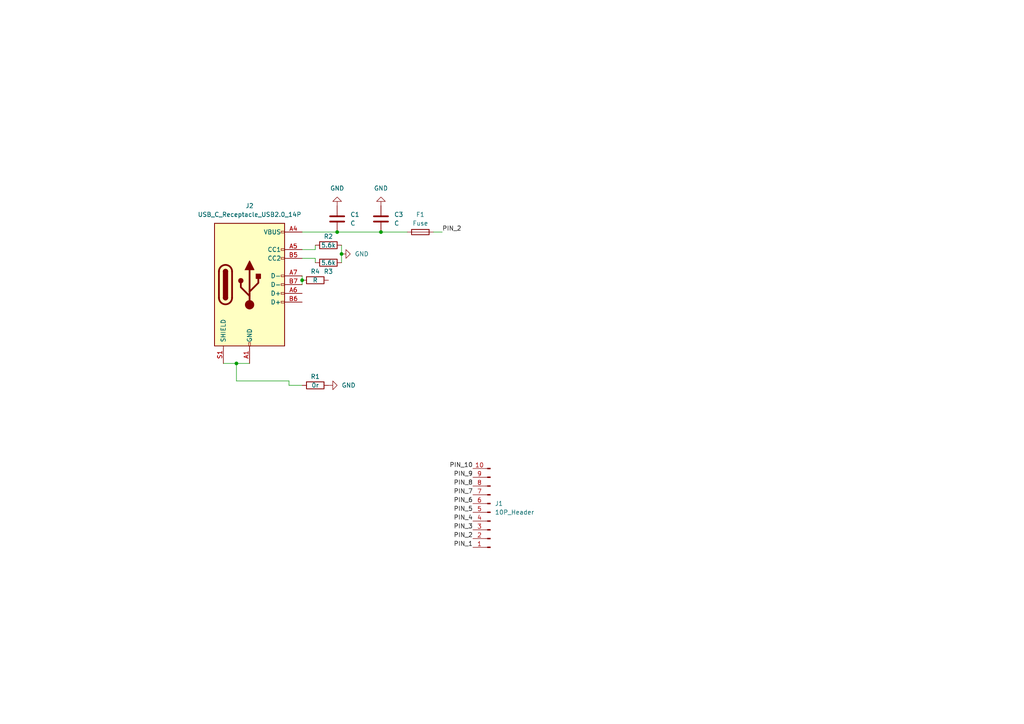
<source format=kicad_sch>
(kicad_sch (version 20230121) (generator eeschema)
  (paper "A4")
  (lib_symbols
    (symbol "Connector:Conn_01x10_Pin" (pin_names (offset 1.016) hide)
      (property "Reference" "J" (at 0 12.7 0))
      (property "Value" "Conn_01x10_Pin" (at 0 -15.24 0))
      (symbol "Conn_01x10_Pin_1_1"
        (polyline (pts (xy 1.27 -12.7) (xy 0.8636 -12.7)) (stroke (width 0.1524)))
        (polyline (pts (xy 1.27 -10.16) (xy 0.8636 -10.16)) (stroke (width 0.1524)))
        (polyline (pts (xy 1.27 -7.62) (xy 0.8636 -7.62)) (stroke (width 0.1524)))
        (polyline (pts (xy 1.27 -5.08) (xy 0.8636 -5.08)) (stroke (width 0.1524)))
        (polyline (pts (xy 1.27 -2.54) (xy 0.8636 -2.54)) (stroke (width 0.1524)))
        (polyline (pts (xy 1.27 0) (xy 0.8636 0)) (stroke (width 0.1524)))
        (polyline (pts (xy 1.27 2.54) (xy 0.8636 2.54)) (stroke (width 0.1524)))
        (polyline (pts (xy 1.27 5.08) (xy 0.8636 5.08)) (stroke (width 0.1524)))
        (polyline (pts (xy 1.27 7.62) (xy 0.8636 7.62)) (stroke (width 0.1524)))
        (polyline (pts (xy 1.27 10.16) (xy 0.8636 10.16)) (stroke (width 0.1524)))
        (rectangle (start 0.8636 -12.573) (end 0 -12.827) (stroke (width 0.1524)) (fill (type outline)))
        (rectangle (start 0.8636 -10.033) (end 0 -10.287) (stroke (width 0.1524)) (fill (type outline)))
        (rectangle (start 0.8636 -7.493) (end 0 -7.747) (stroke (width 0.1524)) (fill (type outline)))
        (rectangle (start 0.8636 -4.953) (end 0 -5.207) (stroke (width 0.1524)) (fill (type outline)))
        (rectangle (start 0.8636 -2.413) (end 0 -2.667) (stroke (width 0.1524)) (fill (type outline)))
        (rectangle (start 0.8636 0.127) (end 0 -0.127) (stroke (width 0.1524)) (fill (type outline)))
        (rectangle (start 0.8636 2.667) (end 0 2.413) (stroke (width 0.1524)) (fill (type outline)))
        (rectangle (start 0.8636 5.207) (end 0 4.953) (stroke (width 0.1524)) (fill (type outline)))
        (rectangle (start 0.8636 7.747) (end 0 7.493) (stroke (width 0.1524)) (fill (type outline)))
        (rectangle (start 0.8636 10.287) (end 0 10.033) (stroke (width 0.1524)) (fill (type outline)))
        (pin passive line (at 5.08 10.16 180) (length 3.81) (name "Pin_1") (number "1"))
        (pin passive line (at 5.08 -12.7 180) (length 3.81) (name "Pin_10") (number "10"))
        (pin passive line (at 5.08 7.62 180) (length 3.81) (name "Pin_2") (number "2"))
        (pin passive line (at 5.08 5.08 180) (length 3.81) (name "Pin_3") (number "3"))
        (pin passive line (at 5.08 2.54 180) (length 3.81) (name "Pin_4") (number "4"))
        (pin passive line (at 5.08 0 180) (length 3.81) (name "Pin_5") (number "5"))
        (pin passive line (at 5.08 -2.54 180) (length 3.81) (name "Pin_6") (number "6"))
        (pin passive line (at 5.08 -5.08 180) (length 3.81) (name "Pin_7") (number "7"))
        (pin passive line (at 5.08 -7.62 180) (length 3.81) (name "Pin_8") (number "8"))
        (pin passive line (at 5.08 -10.16 180) (length 3.81) (name "Pin_9") (number "9"))
      )
    )
    (symbol "Connector:USB_C_Receptacle_USB2.0_14P" (pin_names (offset 1.016))
      (property "Reference" "J" (at 0 22.225 0))
      (property "Value" "USB_C_Receptacle_USB2.0_14P" (at 0 19.685 0))
      (symbol "USB_C_Receptacle_USB2.0_14P_0_0"
        (rectangle (start -0.254 -17.78) (end 0.254 -16.764))
        (rectangle (start 10.16 -4.826) (end 9.144 -5.334))
        (rectangle (start 10.16 -2.286) (end 9.144 -2.794))
        (rectangle (start 10.16 0.254) (end 9.144 -0.254))
        (rectangle (start 10.16 2.794) (end 9.144 2.286))
        (rectangle (start 10.16 7.874) (end 9.144 7.366))
        (rectangle (start 10.16 10.414) (end 9.144 9.906))
        (rectangle (start 10.16 15.494) (end 9.144 14.986))
      )
      (symbol "USB_C_Receptacle_USB2.0_14P_0_1"
        (rectangle (start -10.16 17.78) (end 10.16 -17.78) (stroke (width 0.254)) (fill (type background)))
        (arc (start -8.89 -3.81) (mid -6.985 -5.7067) (end -5.08 -3.81) (stroke (width 0.508)))
        (arc (start -7.62 -3.81) (mid -6.985 -4.4423) (end -6.35 -3.81) (stroke (width 0.254)))
        (arc (start -7.62 -3.81) (mid -6.985 -4.4423) (end -6.35 -3.81) (stroke (width 0.254)) (fill (type outline)))
        (rectangle (start -7.62 -3.81) (end -6.35 3.81) (stroke (width 0.254)) (fill (type outline)))
        (arc (start -6.35 3.81) (mid -6.985 4.4423) (end -7.62 3.81) (stroke (width 0.254)))
        (arc (start -6.35 3.81) (mid -6.985 4.4423) (end -7.62 3.81) (stroke (width 0.254)) (fill (type outline)))
        (arc (start -5.08 3.81) (mid -6.985 5.7067) (end -8.89 3.81) (stroke (width 0.508)))
        (circle (center -2.54 1.143) (radius 0.635) (stroke (width 0.254)) (fill (type outline)))
        (circle (center 0 -5.842) (radius 1.27) (fill (type outline)))
        (polyline (pts (xy -8.89 -3.81) (xy -8.89 3.81)) (stroke (width 0.508)))
        (polyline (pts (xy -5.08 3.81) (xy -5.08 -3.81)) (stroke (width 0.508)))
        (polyline (pts (xy 0 -5.842) (xy 0 4.318)) (stroke (width 0.508)))
        (polyline (pts (xy 0 -3.302) (xy -2.54 -0.762) (xy -2.54 0.508)) (stroke (width 0.508)))
        (polyline (pts (xy 0 -2.032) (xy 2.54 0.508) (xy 2.54 1.778)) (stroke (width 0.508)))
        (polyline (pts (xy -1.27 4.318) (xy 0 6.858) (xy 1.27 4.318) (xy -1.27 4.318)) (stroke (width 0.254)) (fill (type outline)))
        (rectangle (start 1.905 1.778) (end 3.175 3.048) (stroke (width 0.254)) (fill (type outline)))
      )
      (symbol "USB_C_Receptacle_USB2.0_14P_1_1"
        (pin passive line (at 0 -22.86 90) (length 5.08) (name "GND") (number "A1"))
        (pin passive line (at 0 -22.86 90) (length 5.08) hide (name "GND") (number "A12"))
        (pin passive line (at 15.24 15.24 180) (length 5.08) (name "VBUS") (number "A4"))
        (pin bidirectional line (at 15.24 10.16 180) (length 5.08) (name "CC1") (number "A5"))
        (pin bidirectional line (at 15.24 -2.54 180) (length 5.08) (name "D+") (number "A6"))
        (pin bidirectional line (at 15.24 2.54 180) (length 5.08) (name "D-") (number "A7"))
        (pin passive line (at 15.24 15.24 180) (length 5.08) hide (name "VBUS") (number "A9"))
        (pin passive line (at 0 -22.86 90) (length 5.08) hide (name "GND") (number "B1"))
        (pin passive line (at 0 -22.86 90) (length 5.08) hide (name "GND") (number "B12"))
        (pin passive line (at 15.24 15.24 180) (length 5.08) hide (name "VBUS") (number "B4"))
        (pin bidirectional line (at 15.24 7.62 180) (length 5.08) (name "CC2") (number "B5"))
        (pin bidirectional line (at 15.24 -5.08 180) (length 5.08) (name "D+") (number "B6"))
        (pin bidirectional line (at 15.24 0 180) (length 5.08) (name "D-") (number "B7"))
        (pin passive line (at 15.24 15.24 180) (length 5.08) hide (name "VBUS") (number "B9"))
        (pin passive line (at -7.62 -22.86 90) (length 5.08) (name "SHIELD") (number "S1"))
      )
    )
    (symbol "Device:C" (pin_numbers hide) (pin_names (offset 0.254))
      (property "Reference" "C" (at 0.635 2.54 0))
      (property "Value" "C" (at 0.635 -2.54 0))
      (symbol "C_0_1"
        (polyline (pts (xy -2.032 -0.762) (xy 2.032 -0.762)) (stroke (width 0.508)))
        (polyline (pts (xy -2.032 0.762) (xy 2.032 0.762)) (stroke (width 0.508)))
      )
      (symbol "C_1_1"
        (pin passive line (at 0 3.81 270) (length 2.794) (name "~") (number "1"))
        (pin passive line (at 0 -3.81 90) (length 2.794) (name "~") (number "2"))
      )
    )
    (symbol "Device:Fuse" (pin_numbers hide) (pin_names (offset 0))
      (property "Reference" "F" (at 2.032 0 90))
      (property "Value" "Fuse" (at -1.905 0 90))
      (symbol "Fuse_0_1"
        (rectangle (start -0.762 -2.54) (end 0.762 2.54) (stroke (width 0.254)))
        (polyline (pts (xy 0 2.54) (xy 0 -2.54)))
      )
      (symbol "Fuse_1_1"
        (pin passive line (at 0 3.81 270) (length 1.27) (name "~") (number "1"))
        (pin passive line (at 0 -3.81 90) (length 1.27) (name "~") (number "2"))
      )
    )
    (symbol "Device:R" (pin_numbers hide) (pin_names (offset 0))
      (property "Reference" "R" (at 2.032 0 90))
      (property "Value" "R" (at 0 0 90))
      (symbol "R_0_1"
        (rectangle (start -1.016 -2.54) (end 1.016 2.54) (stroke (width 0.254)))
      )
      (symbol "R_1_1"
        (pin passive line (at 0 3.81 270) (length 1.27) (name "~") (number "1"))
        (pin passive line (at 0 -3.81 90) (length 1.27) (name "~") (number "2"))
      )
    )
    (symbol "power:GND" (power) (pin_names (offset 0))
      (property "Value" "GND" (at 0 -3.81 0))
      (symbol "GND_0_1"
        (polyline (pts (xy 0 0) (xy 0 -1.27) (xy 1.27 -1.27) (xy 0 -2.54) (xy -1.27 -1.27) (xy 0 -1.27)))
      )
      (symbol "GND_1_1"
        (pin power_in line (at 0 0 270) (length 0) hide (name "GND") (number "1"))
      )
    )
  )
  (junction (at 97.79 67.31))
  (junction (at 87.63 81.28))
  (junction (at 99.06 73.66))
  (junction (at 110.49 67.31))
  (junction (at 68.58 105.41))
  (wire (pts (xy 87.63 80.01) (xy 87.63 81.28)))
  (wire (pts (xy 125.73 67.31) (xy 128.27 67.31)))
  (wire (pts (xy 99.06 71.12) (xy 99.06 73.66)))
  (wire (pts (xy 68.58 110.49) (xy 83.82 110.49)))
  (wire (pts (xy 68.58 105.41) (xy 68.58 110.49)))
  (wire (pts (xy 83.82 110.49) (xy 83.82 111.76)))
  (wire (pts (xy 64.77 105.41) (xy 68.58 105.41)))
  (wire (pts (xy 91.44 72.39) (xy 91.44 71.12)))
  (wire (pts (xy 91.44 74.93) (xy 91.44 76.2)))
  (wire (pts (xy 87.63 72.39) (xy 91.44 72.39)))
  (wire (pts (xy 87.63 81.28) (xy 87.63 82.55)))
  (wire (pts (xy 87.63 67.31) (xy 97.79 67.31)))
  (wire (pts (xy 87.63 74.93) (xy 91.44 74.93)))
  (wire (pts (xy 110.49 67.31) (xy 118.11 67.31)))
  (wire (pts (xy 68.58 105.41) (xy 72.39 105.41)))
  (wire (pts (xy 99.06 73.66) (xy 99.06 76.2)))
  (wire (pts (xy 83.82 111.76) (xy 87.63 111.76)))
  (wire (pts (xy 97.79 67.31) (xy 110.49 67.31)))
  (label "PIN_7" (at 137.16 143.51 180))
  (label "PIN_2" (at 137.16 156.21 180))
  (label "PIN_8" (at 137.16 140.97 180))
  (label "PIN_5" (at 137.16 148.59 180))
  (label "PIN_9" (at 137.16 138.43 180))
  (label "PIN_4" (at 137.16 151.13 180))
  (label "PIN_3" (at 137.16 153.67 180))
  (label "PIN_10" (at 137.16 135.89 180))
  (label "PIN_2" (at 128.27 67.31 0))
  (label "PIN_6" (at 137.16 146.05 180))
  (label "PIN_1" (at 137.16 158.75 180))
  (symbol (lib_id "Device:R") (at 95.25 71.12 270) (unit 1)
    (property "Reference" "R2" (at 95.25 68.58 90))
    (property "Value" "5.6k" (at 95.25 71.12 90))
  )
  (symbol (lib_id "power:GND") (at 95.25 111.76 90) (unit 1)
    (property "Reference" "#PWR01" (effects hide))
    (property "Value" "GND" (at 99.06 111.76 90) (effects (justify right)))
  )
  (symbol (lib_id "Device:R") (at 91.44 81.28 90) (unit 1)
    (property "Reference" "R4" (at 91.44 78.74 90))
    (property "Value" "R" (at 91.44 81.28 90))
  )
  (symbol (lib_id "power:GND") (at 99.06 73.66 90) (unit 1)
    (property "Reference" "#PWR04" (effects hide))
    (property "Value" "GND" (at 102.87 73.66 90) (effects (justify right)))
  )
  (symbol (lib_id "Device:C") (at 97.79 63.5 0) (unit 1)
    (property "Reference" "C1" (at 101.6 62.23 0) (effects (justify left)))
    (property "Value" "C" (at 101.6 64.77 0) (effects (justify left)))
  )
  (symbol (lib_id "Device:R") (at 91.44 111.76 270) (unit 1)
    (property "Reference" "R1" (at 91.44 109.22 90))
    (property "Value" "0r" (at 91.44 111.76 90))
  )
  (symbol (lib_id "Device:R") (at 95.25 76.2 90) (unit 1)
    (property "Reference" "R3" (at 95.25 78.74 90))
    (property "Value" "5.6k" (at 95.25 76.2 90))
  )
  (symbol (lib_id "power:GND") (at 110.49 59.69 180) (unit 1)
    (property "Reference" "#PWR03" (effects hide))
    (property "Value" "GND" (at 110.49 54.61 0))
  )
  (symbol (lib_id "Device:Fuse") (at 121.92 67.31 270) (unit 1)
    (property "Reference" "F1" (at 121.92 62.23 90))
    (property "Value" "Fuse" (at 121.92 64.77 90))
  )
  (symbol (lib_id "Device:C") (at 110.49 63.5 0) (unit 1)
    (property "Reference" "C3" (at 114.3 62.23 0) (effects (justify left)))
    (property "Value" "C" (at 114.3 64.77 0) (effects (justify left)))
  )
  (symbol (lib_id "power:GND") (at 97.79 59.69 180) (unit 1)
    (property "Reference" "#PWR02" (effects hide))
    (property "Value" "GND" (at 97.79 54.61 0))
  )
  (symbol (lib_id "Connector:USB_C_Receptacle_USB2.0_14P") (at 72.39 82.55 0) (unit 1)
    (property "Reference" "J2" (at 72.39 59.69 0))
    (property "Value" "USB_C_Receptacle_USB2.0_14P" (at 72.39 62.23 0))
    (property "Datasheet" "https://www.usb.org/sites/default/files/documents/usb_type-c.zip" (effects hide))
  )
  (symbol (lib_id "Connector:Conn_01x10_Pin") (at 142.24 148.59 180) (unit 1)
    (property "Reference" "J1" (at 143.51 146.05 0) (effects (justify right)))
    (property "Value" "10P_Header" (at 143.51 148.59 0) (effects (justify right)))
  )
)
</source>
